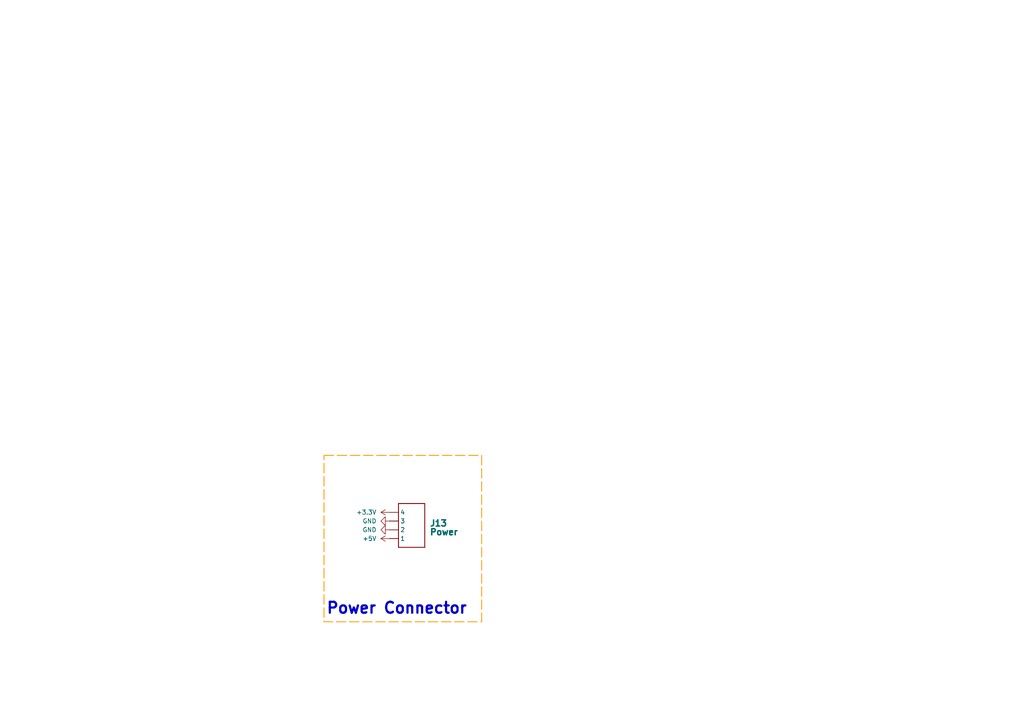
<source format=kicad_sch>
(kicad_sch (version 20250114) (generator "eeschema") (generator_version "9.0")
  (paper "A4")
  (lib_symbols
    (symbol "CRGM Connector:JST-SH-4"
      (property "Reference" "J" (at 0 2.794 0))
      (symbol "JST-SH-4_1_0"
        (polyline (pts (xy 0 2.54) (xy 7.62 2.54)) (stroke (width 0.254)))
        (polyline (pts (xy 0 -10.16) (xy 0 2.54)) (stroke (width 0.254)))
        (polyline (pts (xy 7.62 2.54) (xy 7.62 -10.16)) (stroke (width 0.254)))
        (polyline (pts (xy 7.62 -10.16) (xy 0 -10.16)) (stroke (width 0.254)))
        (pin passive line (at -2.54 0 0) (length 2.54) (name "4") (number "4"))
        (pin passive line (at -2.54 -2.54 0) (length 2.54) (name "3") (number "3"))
        (pin passive line (at -2.54 -5.08 0) (length 2.54) (name "2") (number "2"))
        (pin passive line (at -2.54 -7.62 0) (length 2.54) (name "1") (number "1"))
      )
    )
    (symbol "power:+3.3V" (power) (pin_numbers (hide yes)) (pin_names (offset 0) (hide yes))
      (property "Value" "+3.3V" (at 0 3.556 0))
      (symbol "+3.3V_0_1"
        (polyline (pts (xy -0.762 1.27) (xy 0 2.54)))
        (polyline (pts (xy 0 2.54) (xy 0.762 1.27)))
        (polyline (pts (xy 0 0) (xy 0 2.54)))
      )
      (symbol "+3.3V_1_1"
        (pin power_in line (at 0 0 90) (length 0) (name "~") (number "1"))
      )
    )
    (symbol "power:+5V" (power) (pin_numbers (hide yes)) (pin_names (offset 0) (hide yes))
      (property "Value" "+5V" (at 0 3.556 0))
      (symbol "+5V_0_1"
        (polyline (pts (xy -0.762 1.27) (xy 0 2.54)))
        (polyline (pts (xy 0 2.54) (xy 0.762 1.27)))
        (polyline (pts (xy 0 0) (xy 0 2.54)))
      )
      (symbol "+5V_1_1"
        (pin power_in line (at 0 0 90) (length 0) (name "~") (number "1"))
      )
    )
    (symbol "power:GND" (power) (pin_numbers (hide yes)) (pin_names (offset 0) (hide yes))
      (property "Value" "GND" (at 0 -3.81 0))
      (symbol "GND_0_1"
        (polyline (pts (xy 0 0) (xy 0 -1.27) (xy 1.27 -1.27) (xy 0 -2.54) (xy -1.27 -1.27) (xy 0 -1.27)))
      )
      (symbol "GND_1_1"
        (pin power_in line (at 0 0 270) (length 0) (name "~") (number "1"))
      )
    )
  )
  (rectangle (start 93.98 132.08) (end 139.7 180.34) (stroke (width 0.254) (type dash) (color 255 153 0 1)))
  (text "Power Connector" (at 94.488 176.53 0) (effects (font (size 3.175 3.175) (thickness 0.635) (bold yes)) (justify left)))
  (symbol (lib_id "power:GND") (at 113.03 153.67 270) (unit 1)
    (property "Reference" "#PWR016" (effects (hide yes)))
    (property "Value" "GND" (at 109.22 153.6699 90) (effects (justify right)))
    (property "Description" "Power symbol creates a global label with name \"GND\" , ground" (effects (hide yes)))
  )
  (symbol (lib_id "power:+5V") (at 113.03 156.21 90) (unit 1)
    (property "Reference" "#PWR017" (effects (hide yes)))
    (property "Value" "+5V" (at 109.22 156.2099 90) (effects (justify left)))
    (property "Description" "Power symbol creates a global label with name \"+5V\"" (effects (hide yes)))
  )
  (symbol (lib_id "power:GND") (at 113.03 151.13 270) (unit 1)
    (property "Reference" "#PWR015" (effects (hide yes)))
    (property "Value" "GND" (at 109.22 151.1299 90) (effects (justify right)))
    (property "Description" "Power symbol creates a global label with name \"GND\" , ground" (effects (hide yes)))
  )
  (symbol (lib_id "power:+3.3V") (at 113.03 148.59 90) (unit 1)
    (property "Reference" "#PWR014" (effects (hide yes)))
    (property "Value" "+3.3V" (at 109.22 148.5899 90) (effects (justify left)))
    (property "Description" "Power symbol creates a global label with name \"+3.3V\"" (effects (hide yes)))
  )
  (symbol (lib_id "CRGM Connector:JST-SH-4") (at 115.57 148.59 0) (unit 1)
    (property "Reference" "J3" (at 124.46 151.765 0) (effects (font (size 1.778 1.778) (thickness 0.3556) (bold yes)) (justify left)))
    (property "Value" "Power" (at 124.46 154.305 0) (effects (font (size 1.778 1.778) (thickness 0.3556) (bold yes)) (justify left)))
    (property "Footprint" "Connector_JST:JST_SH_SM04B-SRSS-TB_1x04-1MP_P1.00mm_Horizontal" (effects (hide yes)))
    (property "Description" "JST SH 1.0mm 4 Position" (effects (hide yes)))
    (property "MN" "JST" (effects (hide yes)))
    (property "MPN" "SM04B-SRSS-TB" (effects (hide yes)))
    (property "LCSC" "C2763614" (effects (hide yes)))
    (instances (project "" (path "" (reference "J13") (unit 1))) (project "relay-module" (path "" (reference "J3") (unit 1))))
  )
)
</source>
